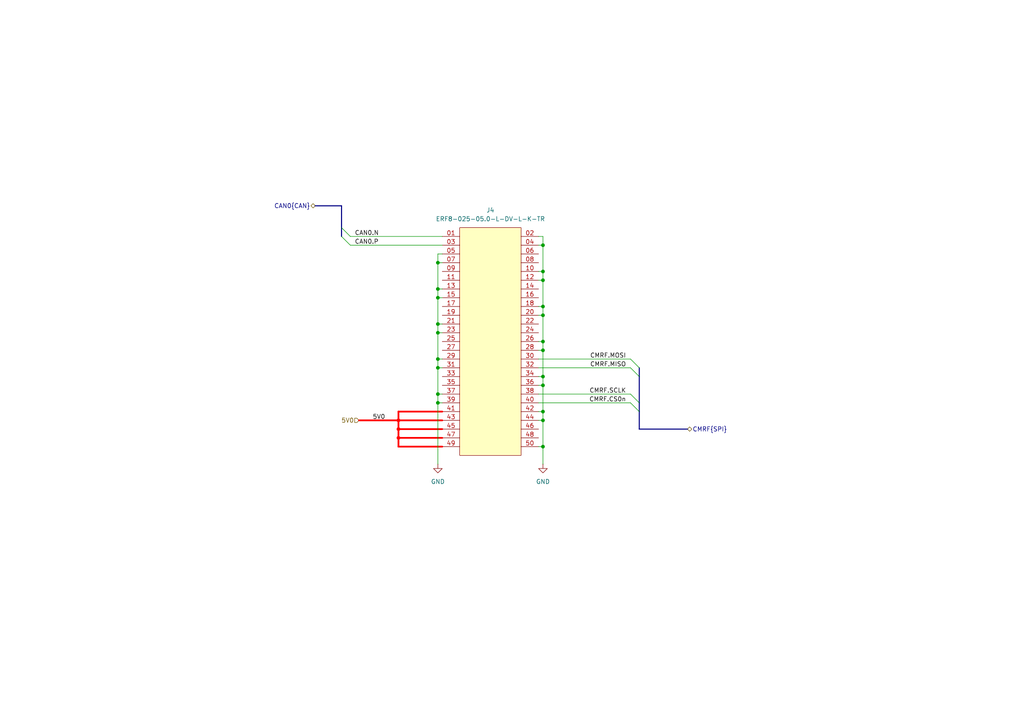
<source format=kicad_sch>
(kicad_sch (version 20250114) (generator "eeschema") (generator_version "9.0")
  (paper "A4")
  (lib_symbols
    (symbol "library:ERF8-025-05.0-L-DV-L-K-TR"
      (property "Reference" "J" (at 0 38.1 0))
      (property "Value" "ERF8-025-05.0-L-DV-L-K-TR" (at 0 35.56 0))
      (symbol "ERF8-025-05.0-L-DV-L-K-TR_1_1"
        (rectangle (start -8.89 33.02) (end 8.89 -33.02) (fill (type color) (color 255 255 194 1)))
        (pin passive line (at -13.97 30.48 0) (length 5.08) (name "") (number "01"))
        (pin passive line (at -13.97 27.94 0) (length 5.08) (name "") (number "03"))
        (pin passive line (at -13.97 25.4 0) (length 5.08) (name "") (number "05"))
        (pin passive line (at -13.97 22.86 0) (length 5.08) (name "") (number "07"))
        (pin passive line (at -13.97 20.32 0) (length 5.08) (name "") (number "09"))
        (pin passive line (at -13.97 17.78 0) (length 5.08) (name "") (number "11"))
        (pin passive line (at -13.97 15.24 0) (length 5.08) (name "") (number "13"))
        (pin passive line (at -13.97 12.7 0) (length 5.08) (name "") (number "15"))
        (pin passive line (at -13.97 10.16 0) (length 5.08) (name "") (number "17"))
        (pin passive line (at -13.97 7.62 0) (length 5.08) (name "") (number "19"))
        (pin passive line (at -13.97 5.08 0) (length 5.08) (name "") (number "21"))
        (pin passive line (at -13.97 2.54 0) (length 5.08) (name "") (number "23"))
        (pin passive line (at -13.97 0 0) (length 5.08) (name "") (number "25"))
        (pin passive line (at -13.97 -2.54 0) (length 5.08) (name "") (number "27"))
        (pin passive line (at -13.97 -5.08 0) (length 5.08) (name "") (number "29"))
        (pin passive line (at -13.97 -7.62 0) (length 5.08) (name "") (number "31"))
        (pin passive line (at -13.97 -10.16 0) (length 5.08) (name "") (number "33"))
        (pin passive line (at -13.97 -12.7 0) (length 5.08) (name "") (number "35"))
        (pin passive line (at -13.97 -15.24 0) (length 5.08) (name "") (number "37"))
        (pin passive line (at -13.97 -17.78 0) (length 5.08) (name "") (number "39"))
        (pin passive line (at -13.97 -20.32 0) (length 5.08) (name "") (number "41"))
        (pin passive line (at -13.97 -22.86 0) (length 5.08) (name "") (number "43"))
        (pin passive line (at -13.97 -25.4 0) (length 5.08) (name "") (number "45"))
        (pin passive line (at -13.97 -27.94 0) (length 5.08) (name "") (number "47"))
        (pin passive line (at -13.97 -30.48 0) (length 5.08) (name "") (number "49"))
        (pin passive line (at 13.97 30.48 180) (length 5.08) (name "") (number "02"))
        (pin passive line (at 13.97 27.94 180) (length 5.08) (name "") (number "04"))
        (pin passive line (at 13.97 25.4 180) (length 5.08) (name "") (number "06"))
        (pin passive line (at 13.97 22.86 180) (length 5.08) (name "") (number "08"))
        (pin passive line (at 13.97 20.32 180) (length 5.08) (name "") (number "10"))
        (pin passive line (at 13.97 17.78 180) (length 5.08) (name "") (number "12"))
        (pin passive line (at 13.97 15.24 180) (length 5.08) (name "") (number "14"))
        (pin passive line (at 13.97 12.7 180) (length 5.08) (name "") (number "16"))
        (pin passive line (at 13.97 10.16 180) (length 5.08) (name "") (number "18"))
        (pin passive line (at 13.97 7.62 180) (length 5.08) (name "") (number "20"))
        (pin passive line (at 13.97 5.08 180) (length 5.08) (name "") (number "22"))
        (pin passive line (at 13.97 2.54 180) (length 5.08) (name "") (number "24"))
        (pin passive line (at 13.97 0 180) (length 5.08) (name "") (number "26"))
        (pin passive line (at 13.97 -2.54 180) (length 5.08) (name "") (number "28"))
        (pin passive line (at 13.97 -5.08 180) (length 5.08) (name "") (number "30"))
        (pin passive line (at 13.97 -7.62 180) (length 5.08) (name "") (number "32"))
        (pin passive line (at 13.97 -10.16 180) (length 5.08) (name "") (number "34"))
        (pin passive line (at 13.97 -12.7 180) (length 5.08) (name "") (number "36"))
        (pin passive line (at 13.97 -15.24 180) (length 5.08) (name "") (number "38"))
        (pin passive line (at 13.97 -17.78 180) (length 5.08) (name "") (number "40"))
        (pin passive line (at 13.97 -20.32 180) (length 5.08) (name "") (number "42"))
        (pin passive line (at 13.97 -22.86 180) (length 5.08) (name "") (number "44"))
        (pin passive line (at 13.97 -25.4 180) (length 5.08) (name "") (number "46"))
        (pin passive line (at 13.97 -27.94 180) (length 5.08) (name "") (number "48"))
        (pin passive line (at 13.97 -30.48 180) (length 5.08) (name "") (number "50"))
      )
    )
    (symbol "library:GND" (power) (pin_numbers (hide yes)) (pin_names (offset 0) (hide yes))
      (property "Value" "GND" (at 0 -3.81 0))
      (symbol "GND_0_1"
        (polyline (pts (xy 0 0) (xy 0 -1.27) (xy 1.27 -1.27) (xy 0 -2.54) (xy -1.27 -1.27) (xy 0 -1.27)))
      )
      (symbol "GND_1_1"
        (pin power_in line (at 0 0 270) (length 0) (name "~") (number "1"))
      )
    )
  )
  (junction (at 157.48 78.74))
  (junction (at 115.57 124.46) (color 255 0 0 1))
  (junction (at 115.57 127) (color 255 0 0 1))
  (junction (at 127 86.36))
  (junction (at 157.48 109.22))
  (junction (at 157.48 81.28))
  (junction (at 157.48 111.76))
  (junction (at 157.48 101.6))
  (junction (at 115.57 121.92) (color 255 0 0 1))
  (junction (at 157.48 119.38))
  (junction (at 127 93.98))
  (junction (at 157.48 121.92))
  (junction (at 157.48 91.44))
  (junction (at 157.48 88.9))
  (junction (at 127 104.14))
  (junction (at 127 76.2))
  (junction (at 127 106.68))
  (junction (at 127 116.84))
  (junction (at 127 96.52))
  (junction (at 157.48 129.54))
  (junction (at 127 83.82))
  (junction (at 157.48 71.12))
  (junction (at 157.48 99.06))
  (junction (at 127 114.3))
  (bus_entry (at 185.42 106.68) (size -2.54 -2.54))
  (bus_entry (at 185.42 109.22) (size -2.54 -2.54))
  (bus_entry (at 99.06 68.58) (size 2.54 2.54))
  (bus_entry (at 99.06 66.04) (size 2.54 2.54))
  (bus_entry (at 185.42 119.38) (size -2.54 -2.54))
  (bus_entry (at 185.42 116.84) (size -2.54 -2.54))
  (bus (pts (xy 91.44 59.69) (xy 99.06 59.69)))
  (wire (pts (xy 127 83.82) (xy 127 86.36)))
  (bus (pts (xy 185.42 124.46) (xy 185.42 119.38)))
  (wire (pts (xy 156.21 106.68) (xy 182.88 106.68)))
  (wire (pts (xy 157.48 111.76) (xy 157.48 119.38)))
  (wire (pts (xy 156.21 129.54) (xy 157.48 129.54)))
  (wire (pts (xy 127 83.82) (xy 128.27 83.82)))
  (wire (pts (xy 157.48 91.44) (xy 157.48 99.06)))
  (wire (pts (xy 115.57 119.38) (xy 115.57 121.92)) (stroke (width 0.508) (color 255 0 0 1)))
  (wire (pts (xy 157.48 111.76) (xy 156.21 111.76)))
  (wire (pts (xy 104.14 121.92) (xy 115.57 121.92)) (stroke (width 0.508) (color 255 0 0 1)))
  (wire (pts (xy 127 114.3) (xy 128.27 114.3)))
  (wire (pts (xy 157.48 88.9) (xy 156.21 88.9)))
  (wire (pts (xy 115.57 127) (xy 128.27 127)) (stroke (width 0.508) (color 255 0 0 1)))
  (wire (pts (xy 127 76.2) (xy 127 83.82)))
  (wire (pts (xy 157.48 71.12) (xy 156.21 71.12)))
  (wire (pts (xy 157.48 109.22) (xy 157.48 111.76)))
  (wire (pts (xy 157.48 81.28) (xy 156.21 81.28)))
  (wire (pts (xy 157.48 119.38) (xy 157.48 121.92)))
  (wire (pts (xy 157.48 129.54) (xy 157.48 134.62)))
  (wire (pts (xy 157.48 88.9) (xy 157.48 91.44)))
  (wire (pts (xy 127 106.68) (xy 128.27 106.68)))
  (wire (pts (xy 101.6 68.58) (xy 128.27 68.58)))
  (wire (pts (xy 157.48 99.06) (xy 157.48 101.6)))
  (wire (pts (xy 115.57 127) (xy 115.57 129.54)) (stroke (width 0.508) (color 255 0 0 1)))
  (wire (pts (xy 157.48 101.6) (xy 157.48 109.22)))
  (wire (pts (xy 115.57 124.46) (xy 128.27 124.46)) (stroke (width 0.508) (color 255 0 0 1)))
  (bus (pts (xy 185.42 119.38) (xy 185.42 116.84)))
  (wire (pts (xy 127 106.68) (xy 127 114.3)))
  (wire (pts (xy 156.21 114.3) (xy 182.88 114.3)))
  (wire (pts (xy 157.48 78.74) (xy 156.21 78.74)))
  (wire (pts (xy 127 104.14) (xy 127 106.68)))
  (wire (pts (xy 127 86.36) (xy 128.27 86.36)))
  (wire (pts (xy 156.21 104.14) (xy 182.88 104.14)))
  (bus (pts (xy 99.06 66.04) (xy 99.06 68.58)))
  (wire (pts (xy 127 73.66) (xy 127 76.2)))
  (wire (pts (xy 157.48 81.28) (xy 157.48 88.9)))
  (wire (pts (xy 127 114.3) (xy 127 116.84)))
  (wire (pts (xy 127 96.52) (xy 128.27 96.52)))
  (wire (pts (xy 127 86.36) (xy 127 93.98)))
  (wire (pts (xy 115.57 124.46) (xy 115.57 127)) (stroke (width 0.508) (color 255 0 0 1)))
  (wire (pts (xy 156.21 116.84) (xy 182.88 116.84)))
  (wire (pts (xy 127 116.84) (xy 128.27 116.84)))
  (wire (pts (xy 157.48 99.06) (xy 156.21 99.06)))
  (wire (pts (xy 157.48 71.12) (xy 157.48 78.74)))
  (wire (pts (xy 127 116.84) (xy 127 134.62)))
  (wire (pts (xy 115.57 121.92) (xy 115.57 124.46)) (stroke (width 0.508) (color 255 0 0 1)))
  (wire (pts (xy 157.48 68.58) (xy 157.48 71.12)))
  (wire (pts (xy 115.57 119.38) (xy 128.27 119.38)) (stroke (width 0.508) (color 255 0 0 1)))
  (wire (pts (xy 156.21 68.58) (xy 157.48 68.58)))
  (wire (pts (xy 157.48 119.38) (xy 156.21 119.38)))
  (bus (pts (xy 185.42 124.46) (xy 199.39 124.46)))
  (wire (pts (xy 127 93.98) (xy 127 96.52)))
  (wire (pts (xy 127 76.2) (xy 128.27 76.2)))
  (wire (pts (xy 127 104.14) (xy 128.27 104.14)))
  (wire (pts (xy 115.57 129.54) (xy 128.27 129.54)) (stroke (width 0.508) (color 255 0 0 1)))
  (wire (pts (xy 127 96.52) (xy 127 104.14)))
  (wire (pts (xy 115.57 121.92) (xy 128.27 121.92)) (stroke (width 0.508) (color 255 0 0 1)))
  (wire (pts (xy 157.48 101.6) (xy 156.21 101.6)))
  (wire (pts (xy 101.6 71.12) (xy 128.27 71.12)))
  (bus (pts (xy 185.42 116.84) (xy 185.42 109.22)))
  (wire (pts (xy 157.48 109.22) (xy 156.21 109.22)))
  (wire (pts (xy 157.48 91.44) (xy 156.21 91.44)))
  (bus (pts (xy 99.06 59.69) (xy 99.06 66.04)))
  (wire (pts (xy 128.27 73.66) (xy 127 73.66)))
  (bus (pts (xy 185.42 106.68) (xy 185.42 109.22)))
  (wire (pts (xy 127 93.98) (xy 128.27 93.98)))
  (wire (pts (xy 157.48 121.92) (xy 157.48 129.54)))
  (wire (pts (xy 157.48 78.74) (xy 157.48 81.28)))
  (wire (pts (xy 157.48 121.92) (xy 156.21 121.92)))
  (label "CMRF.MISO" (at 181.61 106.68 180))
  (label "CMRF.MOSI" (at 181.61 104.14 180))
  (label "5V0" (at 111.76 121.92 180))
  (label "CAN0.P" (at 102.87 71.12 0))
  (label "CMRF.CS0n" (at 181.61 116.84 180))
  (label "CAN0.N" (at 102.87 68.58 0))
  (label "CMRF.SCLK" (at 181.61 114.3 180))
  (hierarchical_label "CMRF{SPI}" (shape bidirectional) (at 199.39 124.46 0))
  (hierarchical_label "5V0" (shape input) (at 104.14 121.92 180))
  (hierarchical_label "CAN0{CAN}" (shape bidirectional) (at 91.44 59.69 180))
  (symbol (lib_id "library:GND") (at 127 134.62 0) (unit 1)
    (property "Reference" "#PWR05" (effects (hide yes)))
    (property "Value" "GND" (at 127 139.7 0))
    (property "Description" "Power symbol creates a global label with name \"GND\" , ground" (effects (hide yes)))
  )
  (symbol (lib_id "library:GND") (at 157.48 134.62 0) (unit 1)
    (property "Reference" "#PWR06" (effects (hide yes)))
    (property "Value" "GND" (at 157.48 139.7 0))
    (property "Description" "Power symbol creates a global label with name \"GND\" , ground" (effects (hide yes)))
  )
  (symbol (lib_id "library:ERF8-025-05.0-L-DV-L-K-TR") (at 142.24 99.06 0) (unit 1)
    (property "Reference" "J4" (at 142.24 60.96 0))
    (property "Value" "ERF8-025-05.0-L-DV-L-K-TR" (at 142.24 63.5 0))
    (property "Footprint" "library:SAMTEC_ERF8-025-05.0-L-DV-L-K-TR" (effects (hide yes)))
  )
)
</source>
